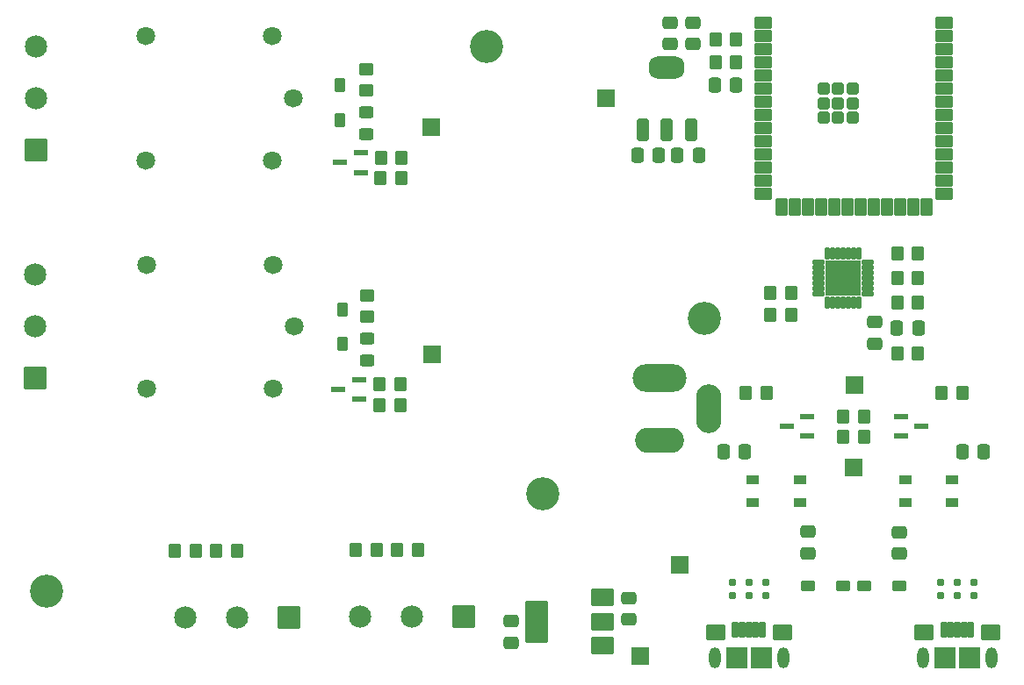
<source format=gbr>
%TF.GenerationSoftware,KiCad,Pcbnew,7.0.9*%
%TF.CreationDate,2024-04-07T16:06:58-05:00*%
%TF.ProjectId,Humidifier Subsystem,48756d69-6469-4666-9965-722053756273,rev?*%
%TF.SameCoordinates,Original*%
%TF.FileFunction,Soldermask,Top*%
%TF.FilePolarity,Negative*%
%FSLAX46Y46*%
G04 Gerber Fmt 4.6, Leading zero omitted, Abs format (unit mm)*
G04 Created by KiCad (PCBNEW 7.0.9) date 2024-04-07 16:06:58*
%MOMM*%
%LPD*%
G01*
G04 APERTURE LIST*
G04 Aperture macros list*
%AMRoundRect*
0 Rectangle with rounded corners*
0 $1 Rounding radius*
0 $2 $3 $4 $5 $6 $7 $8 $9 X,Y pos of 4 corners*
0 Add a 4 corners polygon primitive as box body*
4,1,4,$2,$3,$4,$5,$6,$7,$8,$9,$2,$3,0*
0 Add four circle primitives for the rounded corners*
1,1,$1+$1,$2,$3*
1,1,$1+$1,$4,$5*
1,1,$1+$1,$6,$7*
1,1,$1+$1,$8,$9*
0 Add four rect primitives between the rounded corners*
20,1,$1+$1,$2,$3,$4,$5,0*
20,1,$1+$1,$4,$5,$6,$7,0*
20,1,$1+$1,$6,$7,$8,$9,0*
20,1,$1+$1,$8,$9,$2,$3,0*%
G04 Aperture macros list end*
%ADD10RoundRect,0.102000X0.975000X0.975000X-0.975000X0.975000X-0.975000X-0.975000X0.975000X-0.975000X0*%
%ADD11C,2.154000*%
%ADD12RoundRect,0.250000X0.350000X0.450000X-0.350000X0.450000X-0.350000X-0.450000X0.350000X-0.450000X0*%
%ADD13R,1.422400X0.558800*%
%ADD14RoundRect,0.250000X-0.475000X0.337500X-0.475000X-0.337500X0.475000X-0.337500X0.475000X0.337500X0*%
%ADD15R,1.700000X1.700000*%
%ADD16RoundRect,0.153100X-0.313900X0.553900X-0.313900X-0.553900X0.313900X-0.553900X0.313900X0.553900X0*%
%ADD17RoundRect,0.102000X-1.000000X0.750000X-1.000000X-0.750000X1.000000X-0.750000X1.000000X0.750000X0*%
%ADD18RoundRect,0.102000X-1.000000X1.900000X-1.000000X-1.900000X1.000000X-1.900000X1.000000X1.900000X0*%
%ADD19RoundRect,0.102000X0.500000X0.350000X-0.500000X0.350000X-0.500000X-0.350000X0.500000X-0.350000X0*%
%ADD20RoundRect,0.250000X-0.337500X-0.475000X0.337500X-0.475000X0.337500X0.475000X-0.337500X0.475000X0*%
%ADD21RoundRect,0.250000X-0.350000X-0.450000X0.350000X-0.450000X0.350000X0.450000X-0.350000X0.450000X0*%
%ADD22RoundRect,0.250000X0.337500X0.475000X-0.337500X0.475000X-0.337500X-0.475000X0.337500X-0.475000X0*%
%ADD23RoundRect,0.102000X-0.200000X0.240000X-0.200000X-0.240000X0.200000X-0.240000X0.200000X0.240000X0*%
%ADD24C,1.808000*%
%ADD25RoundRect,0.102000X-0.750000X-0.450000X0.750000X-0.450000X0.750000X0.450000X-0.750000X0.450000X0*%
%ADD26RoundRect,0.102000X-0.450000X-0.750000X0.450000X-0.750000X0.450000X0.750000X-0.450000X0.750000X0*%
%ADD27RoundRect,0.102000X-0.450000X-0.450000X0.450000X-0.450000X0.450000X0.450000X-0.450000X0.450000X0*%
%ADD28RoundRect,0.250000X0.475000X-0.337500X0.475000X0.337500X-0.475000X0.337500X-0.475000X-0.337500X0*%
%ADD29RoundRect,0.250000X0.450000X-0.325000X0.450000X0.325000X-0.450000X0.325000X-0.450000X-0.325000X0*%
%ADD30O,5.204000X2.704000*%
%ADD31O,4.704000X2.454000*%
%ADD32O,2.454000X4.704000*%
%ADD33RoundRect,0.102000X-0.200000X-0.675000X0.200000X-0.675000X0.200000X0.675000X-0.200000X0.675000X0*%
%ADD34RoundRect,0.102000X-0.800000X-0.700000X0.800000X-0.700000X0.800000X0.700000X-0.800000X0.700000X0*%
%ADD35RoundRect,0.102000X-0.950000X-0.950000X0.950000X-0.950000X0.950000X0.950000X-0.950000X0.950000X0*%
%ADD36O,1.104000X2.004000*%
%ADD37RoundRect,0.213600X0.353400X-0.878400X0.353400X0.878400X-0.353400X0.878400X-0.353400X-0.878400X0*%
%ADD38RoundRect,0.894000X0.823000X-0.198000X0.823000X0.198000X-0.823000X0.198000X-0.823000X-0.198000X0*%
%ADD39RoundRect,0.250000X0.450000X-0.350000X0.450000X0.350000X-0.450000X0.350000X-0.450000X-0.350000X0*%
%ADD40C,3.200000*%
%ADD41RoundRect,0.102000X0.135000X-0.495000X0.135000X0.495000X-0.135000X0.495000X-0.135000X-0.495000X0*%
%ADD42RoundRect,0.102000X0.495000X-0.135000X0.495000X0.135000X-0.495000X0.135000X-0.495000X-0.135000X0*%
%ADD43RoundRect,0.102000X1.625000X-1.625000X1.625000X1.625000X-1.625000X1.625000X-1.625000X-1.625000X0*%
%ADD44R,1.320800X0.558800*%
%ADD45RoundRect,0.102000X0.605000X0.365000X-0.605000X0.365000X-0.605000X-0.365000X0.605000X-0.365000X0*%
%ADD46RoundRect,0.102000X0.975000X-0.975000X0.975000X0.975000X-0.975000X0.975000X-0.975000X-0.975000X0*%
%ADD47RoundRect,0.102000X-0.605000X-0.365000X0.605000X-0.365000X0.605000X0.365000X-0.605000X0.365000X0*%
G04 APERTURE END LIST*
D10*
%TO.C,J4*%
X89400000Y-119400000D03*
D11*
X84400000Y-119400000D03*
X79400000Y-119400000D03*
%TD*%
D12*
%TO.C,R7*%
X120950000Y-90300000D03*
X118950000Y-90300000D03*
%TD*%
D13*
%TO.C,U5*%
X122500000Y-102000000D03*
X122500000Y-100095000D03*
X120569600Y-101047500D03*
%TD*%
D14*
%TO.C,C8*%
X129000000Y-91000000D03*
X129000000Y-93075000D03*
%TD*%
D12*
%TO.C,R6*%
X133200000Y-89150000D03*
X131200000Y-89150000D03*
%TD*%
D15*
%TO.C,J25*%
X127000000Y-105000000D03*
%TD*%
D13*
%TO.C,U6*%
X131600000Y-100095000D03*
X131600000Y-102000000D03*
X133530400Y-101047500D03*
%TD*%
D10*
%TO.C,J5*%
X72547500Y-119500000D03*
D11*
X67547500Y-119500000D03*
X62547500Y-119500000D03*
%TD*%
D16*
%TO.C,D11*%
X77450002Y-71480000D03*
X77450002Y-68120000D03*
%TD*%
D17*
%TO.C,U3*%
X102750000Y-122200000D03*
X102750000Y-119900000D03*
X102750000Y-117600000D03*
D18*
X96450000Y-119900000D03*
%TD*%
D12*
%TO.C,R13*%
X115665000Y-63710000D03*
X113665000Y-63710000D03*
%TD*%
D19*
%TO.C,S1*%
X136500000Y-108400000D03*
X132000000Y-108400000D03*
X136500000Y-106250000D03*
X132000000Y-106250000D03*
%TD*%
D20*
%TO.C,C1*%
X110002500Y-74910000D03*
X112077500Y-74910000D03*
%TD*%
D21*
%TO.C,R1*%
X81300000Y-99000000D03*
X83300000Y-99000000D03*
%TD*%
D22*
%TO.C,C10*%
X115665000Y-68110000D03*
X113590000Y-68110000D03*
%TD*%
%TO.C,C2*%
X108240000Y-74910000D03*
X106165000Y-74910000D03*
%TD*%
D23*
%TO.C,D1*%
X138600000Y-116100000D03*
X138600000Y-117420000D03*
%TD*%
D12*
%TO.C,R18*%
X63547500Y-113100000D03*
X61547500Y-113100000D03*
%TD*%
%TO.C,R3*%
X133200000Y-86750000D03*
X131200000Y-86750000D03*
%TD*%
D19*
%TO.C,S2*%
X121800000Y-108400000D03*
X117300000Y-108400000D03*
X121800000Y-106250000D03*
X117300000Y-106250000D03*
%TD*%
D24*
%TO.C,K1*%
X73032651Y-91435000D03*
X71032653Y-85435000D03*
X58832653Y-85435000D03*
X58832653Y-97434998D03*
X71032653Y-97434998D03*
%TD*%
D25*
%TO.C,U1*%
X118250000Y-62140000D03*
X118250000Y-63410000D03*
X118250000Y-64680000D03*
X118250000Y-65950000D03*
X118250000Y-67220000D03*
X118250000Y-68490000D03*
X118250000Y-69760000D03*
X118250000Y-71030000D03*
X118250000Y-72300000D03*
X118250000Y-73570000D03*
X118250000Y-74840000D03*
X118250000Y-76110000D03*
X118250000Y-77380000D03*
X118250000Y-78650000D03*
D26*
X120015000Y-79900000D03*
X121285000Y-79900000D03*
X122555000Y-79900000D03*
X123825000Y-79900000D03*
X125095000Y-79900000D03*
X126365000Y-79900000D03*
X127635000Y-79900000D03*
X128905000Y-79900000D03*
X130175000Y-79900000D03*
X131445000Y-79900000D03*
X132715000Y-79900000D03*
X133985000Y-79900000D03*
D25*
X135750000Y-78650000D03*
X135750000Y-77380000D03*
X135750000Y-76110000D03*
X135750000Y-74840000D03*
X135750000Y-73570000D03*
X135750000Y-72300000D03*
X135750000Y-71030000D03*
X135750000Y-69760000D03*
X135750000Y-68490000D03*
X135750000Y-67220000D03*
X135750000Y-65950000D03*
X135750000Y-64680000D03*
X135750000Y-63410000D03*
X135750000Y-62140000D03*
D27*
X125500000Y-69860000D03*
X124100000Y-69860000D03*
X126900000Y-69860000D03*
X124100000Y-71260000D03*
X125500000Y-71260000D03*
X126900000Y-71260000D03*
X124100000Y-68460000D03*
X125500000Y-68460000D03*
X126900000Y-68460000D03*
%TD*%
D21*
%TO.C,R10*%
X126000000Y-100100000D03*
X128000000Y-100100000D03*
%TD*%
D28*
%TO.C,C4*%
X109265000Y-64147500D03*
X109265000Y-62072500D03*
%TD*%
D29*
%TO.C,D10*%
X80132654Y-94660001D03*
X80132654Y-92610001D03*
%TD*%
D30*
%TO.C,J1*%
X108325000Y-96375000D03*
D31*
X108325000Y-102375000D03*
D32*
X113025000Y-99375000D03*
%TD*%
D12*
%TO.C,R11*%
X118600000Y-97800000D03*
X116600000Y-97800000D03*
%TD*%
D23*
%TO.C,D3*%
X118500000Y-116100000D03*
X118500000Y-117420000D03*
%TD*%
D33*
%TO.C,J2*%
X135700000Y-120725000D03*
X136350000Y-120725000D03*
X137000000Y-120725000D03*
X137650000Y-120725000D03*
X138300000Y-120725000D03*
D34*
X133800000Y-120950000D03*
X140200000Y-120950000D03*
D35*
X138200000Y-123400000D03*
X135800000Y-123400000D03*
D36*
X133700000Y-123400000D03*
X140300000Y-123400000D03*
%TD*%
D37*
%TO.C,U2*%
X106700000Y-72415000D03*
X109000000Y-72415000D03*
X111300000Y-72415000D03*
D38*
X109000000Y-66385000D03*
%TD*%
D23*
%TO.C,D4*%
X116900000Y-116080000D03*
X116900000Y-117400000D03*
%TD*%
D22*
%TO.C,C12*%
X116537500Y-103500000D03*
X114462500Y-103500000D03*
%TD*%
D12*
%TO.C,R9*%
X128000000Y-102100000D03*
X126000000Y-102100000D03*
%TD*%
D28*
%TO.C,C5*%
X111465000Y-64147500D03*
X111465000Y-62072500D03*
%TD*%
D39*
%TO.C,R19*%
X80132654Y-90435001D03*
X80132654Y-88435001D03*
%TD*%
D16*
%TO.C,D9*%
X77732654Y-93115001D03*
X77732654Y-89755001D03*
%TD*%
D12*
%TO.C,R5*%
X133200000Y-94000000D03*
X131200000Y-94000000D03*
%TD*%
D15*
%TO.C,J14*%
X86400000Y-94100000D03*
%TD*%
D12*
%TO.C,R17*%
X81000000Y-113000000D03*
X79000000Y-113000000D03*
%TD*%
D21*
%TO.C,R16*%
X65547500Y-113100000D03*
X67547500Y-113100000D03*
%TD*%
D15*
%TO.C,J8*%
X110200000Y-114400000D03*
%TD*%
D14*
%TO.C,C3*%
X105300000Y-117625000D03*
X105300000Y-119700000D03*
%TD*%
%TO.C,C13*%
X94000000Y-119862500D03*
X94000000Y-121937500D03*
%TD*%
D40*
%TO.C,H4*%
X97000000Y-107600000D03*
%TD*%
D41*
%TO.C,U4*%
X124500000Y-89110000D03*
X125000000Y-89110000D03*
X125500000Y-89110000D03*
X126000000Y-89110000D03*
X126500000Y-89110000D03*
X127000000Y-89110000D03*
X127500000Y-89110000D03*
D42*
X128360000Y-88250000D03*
X128360000Y-87750000D03*
X128360000Y-87250000D03*
X128360000Y-86750000D03*
X128360000Y-86250000D03*
X128360000Y-85750000D03*
X128360000Y-85250000D03*
D41*
X127500000Y-84390000D03*
X127000000Y-84390000D03*
X126500000Y-84390000D03*
X126000000Y-84390000D03*
X125500000Y-84390000D03*
X125000000Y-84390000D03*
X124500000Y-84390000D03*
D42*
X123640000Y-85250000D03*
X123640000Y-85750000D03*
X123640000Y-86250000D03*
X123640000Y-86750000D03*
X123640000Y-87250000D03*
X123640000Y-87750000D03*
X123640000Y-88250000D03*
D43*
X126000000Y-86750000D03*
%TD*%
D33*
%TO.C,J3*%
X115600000Y-120725000D03*
X116250000Y-120725000D03*
X116900000Y-120725000D03*
X117550000Y-120725000D03*
X118200000Y-120725000D03*
D34*
X113700000Y-120950000D03*
X120100000Y-120950000D03*
D35*
X118100000Y-123400000D03*
X115700000Y-123400000D03*
D36*
X113600000Y-123400000D03*
X120200000Y-123400000D03*
%TD*%
D44*
%TO.C,U10*%
X79482002Y-76552500D03*
X79482002Y-74647500D03*
X77450002Y-75600000D03*
%TD*%
D23*
%TO.C,D7*%
X135400000Y-116100000D03*
X135400000Y-117420000D03*
%TD*%
D15*
%TO.C,J11*%
X106400000Y-123200000D03*
%TD*%
D44*
%TO.C,U7*%
X79332654Y-98435001D03*
X79332654Y-96530001D03*
X77300654Y-97482501D03*
%TD*%
D29*
%TO.C,D12*%
X80050002Y-72825000D03*
X80050002Y-70775000D03*
%TD*%
D23*
%TO.C,D2*%
X137000000Y-116100000D03*
X137000000Y-117420000D03*
%TD*%
D12*
%TO.C,R22*%
X83417348Y-75100000D03*
X81417348Y-75100000D03*
%TD*%
D21*
%TO.C,R12*%
X135500000Y-97800000D03*
X137500000Y-97800000D03*
%TD*%
D15*
%TO.C,J24*%
X127100000Y-97100000D03*
%TD*%
D45*
%TO.C,D6*%
X128040000Y-116500000D03*
X131400000Y-116500000D03*
%TD*%
D21*
%TO.C,R15*%
X83000000Y-113000000D03*
X85000000Y-113000000D03*
%TD*%
D39*
%TO.C,R24*%
X80050002Y-68600000D03*
X80050002Y-66600000D03*
%TD*%
D20*
%TO.C,C9*%
X131162500Y-91550000D03*
X133237500Y-91550000D03*
%TD*%
D12*
%TO.C,R8*%
X120950000Y-88200000D03*
X118950000Y-88200000D03*
%TD*%
D21*
%TO.C,R23*%
X81400000Y-77100000D03*
X83400000Y-77100000D03*
%TD*%
D46*
%TO.C,J6*%
X48132654Y-96435001D03*
D11*
X48132654Y-91435001D03*
X48132654Y-86435001D03*
%TD*%
D23*
%TO.C,D8*%
X115300000Y-116080000D03*
X115300000Y-117400000D03*
%TD*%
D46*
%TO.C,J7*%
X48150002Y-74347500D03*
D11*
X48150002Y-69347500D03*
X48150002Y-64347500D03*
%TD*%
D28*
%TO.C,C7*%
X122600000Y-113300000D03*
X122600000Y-111225000D03*
%TD*%
D47*
%TO.C,D5*%
X125960000Y-116500000D03*
X122600000Y-116500000D03*
%TD*%
D24*
%TO.C,K2*%
X72950000Y-69400000D03*
X70950002Y-63400000D03*
X58750002Y-63400000D03*
X58750002Y-75399998D03*
X70950002Y-75399998D03*
%TD*%
D12*
%TO.C,R2*%
X83300000Y-97000000D03*
X81300000Y-97000000D03*
%TD*%
D20*
%TO.C,C11*%
X137462500Y-103500000D03*
X139537500Y-103500000D03*
%TD*%
D40*
%TO.C,H2*%
X49200000Y-117000000D03*
%TD*%
%TO.C,H1*%
X91600000Y-64400000D03*
%TD*%
D15*
%TO.C,J15*%
X86300000Y-72200000D03*
%TD*%
%TO.C,J12*%
X103100000Y-69400000D03*
%TD*%
D40*
%TO.C,H3*%
X112600000Y-90600000D03*
%TD*%
D12*
%TO.C,R4*%
X133200000Y-84350000D03*
X131200000Y-84350000D03*
%TD*%
D21*
%TO.C,R14*%
X113665000Y-65910000D03*
X115665000Y-65910000D03*
%TD*%
D28*
%TO.C,C6*%
X131400000Y-113337500D03*
X131400000Y-111262500D03*
%TD*%
M02*

</source>
